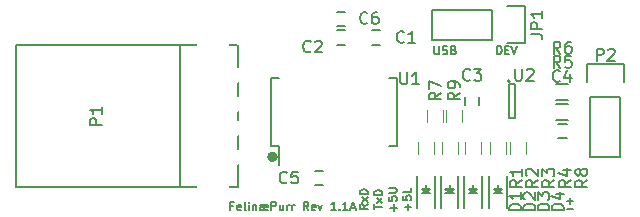
<source format=gto>
G04 #@! TF.FileFunction,Legend,Top*
%FSLAX46Y46*%
G04 Gerber Fmt 4.6, Leading zero omitted, Abs format (unit mm)*
G04 Created by KiCad (PCBNEW (2016-07-14 BZR 6980)-product) date Sunday, 23 April 2017 'PMt' 23:49:01*
%MOMM*%
%LPD*%
G01*
G04 APERTURE LIST*
%ADD10C,0.150000*%
%ADD11C,0.200000*%
%ADD12C,0.500000*%
%ADD13C,0.175000*%
%ADD14C,0.120000*%
%ADD15R,0.800000X0.750000*%
%ADD16R,0.750000X0.800000*%
%ADD17R,1.198880X1.198880*%
%ADD18R,1.727200X2.032000*%
%ADD19O,1.727200X2.032000*%
%ADD20R,0.500000X0.900000*%
%ADD21R,0.450000X1.750000*%
%ADD22R,1.060000X0.650000*%
%ADD23R,2.032000X1.727200*%
%ADD24O,2.032000X1.727200*%
%ADD25R,0.900000X0.500000*%
%ADD26C,1.300000*%
%ADD27C,2.800000*%
%ADD28C,1.200000*%
G04 APERTURE END LIST*
D10*
D11*
X181000000Y-96250000D02*
X181000000Y-96750000D01*
X180750000Y-96500000D02*
X181250000Y-96500000D01*
X180750000Y-97250000D02*
X181250000Y-97250000D01*
D12*
X156000000Y-92800000D02*
G75*
G03X156000000Y-92800000I-200000J0D01*
G01*
D13*
X174800000Y-84116666D02*
X174800000Y-83416666D01*
X174966666Y-83416666D01*
X175066666Y-83450000D01*
X175133333Y-83516666D01*
X175166666Y-83583333D01*
X175200000Y-83716666D01*
X175200000Y-83816666D01*
X175166666Y-83950000D01*
X175133333Y-84016666D01*
X175066666Y-84083333D01*
X174966666Y-84116666D01*
X174800000Y-84116666D01*
X175500000Y-83750000D02*
X175733333Y-83750000D01*
X175833333Y-84116666D02*
X175500000Y-84116666D01*
X175500000Y-83416666D01*
X175833333Y-83416666D01*
X176033333Y-83416666D02*
X176266666Y-84116666D01*
X176500000Y-83416666D01*
X169516666Y-83416666D02*
X169516666Y-83983333D01*
X169550000Y-84050000D01*
X169583333Y-84083333D01*
X169650000Y-84116666D01*
X169783333Y-84116666D01*
X169850000Y-84083333D01*
X169883333Y-84050000D01*
X169916666Y-83983333D01*
X169916666Y-83416666D01*
X170216666Y-84083333D02*
X170316666Y-84116666D01*
X170483333Y-84116666D01*
X170550000Y-84083333D01*
X170583333Y-84050000D01*
X170616666Y-83983333D01*
X170616666Y-83916666D01*
X170583333Y-83850000D01*
X170550000Y-83816666D01*
X170483333Y-83783333D01*
X170350000Y-83750000D01*
X170283333Y-83716666D01*
X170250000Y-83683333D01*
X170216666Y-83616666D01*
X170216666Y-83550000D01*
X170250000Y-83483333D01*
X170283333Y-83450000D01*
X170350000Y-83416666D01*
X170516666Y-83416666D01*
X170616666Y-83450000D01*
X171150000Y-83750000D02*
X171250000Y-83783333D01*
X171283333Y-83816666D01*
X171316666Y-83883333D01*
X171316666Y-83983333D01*
X171283333Y-84050000D01*
X171250000Y-84083333D01*
X171183333Y-84116666D01*
X170916666Y-84116666D01*
X170916666Y-83416666D01*
X171150000Y-83416666D01*
X171216666Y-83450000D01*
X171250000Y-83483333D01*
X171283333Y-83550000D01*
X171283333Y-83616666D01*
X171250000Y-83683333D01*
X171216666Y-83716666D01*
X171150000Y-83750000D01*
X170916666Y-83750000D01*
X163879166Y-96816666D02*
X163545833Y-97050000D01*
X163879166Y-97216666D02*
X163179166Y-97216666D01*
X163179166Y-96950000D01*
X163212500Y-96883333D01*
X163245833Y-96850000D01*
X163312500Y-96816666D01*
X163412500Y-96816666D01*
X163479166Y-96850000D01*
X163512500Y-96883333D01*
X163545833Y-96950000D01*
X163545833Y-97216666D01*
X163879166Y-96583333D02*
X163412500Y-96216666D01*
X163412500Y-96583333D02*
X163879166Y-96216666D01*
X163879166Y-95950000D02*
X163179166Y-95950000D01*
X163179166Y-95783333D01*
X163212500Y-95683333D01*
X163279166Y-95616666D01*
X163345833Y-95583333D01*
X163479166Y-95550000D01*
X163579166Y-95550000D01*
X163712500Y-95583333D01*
X163779166Y-95616666D01*
X163845833Y-95683333D01*
X163879166Y-95783333D01*
X163879166Y-95950000D01*
X164404166Y-97233333D02*
X164404166Y-96833333D01*
X165104166Y-97033333D02*
X164404166Y-97033333D01*
X165104166Y-96666666D02*
X164637500Y-96300000D01*
X164637500Y-96666666D02*
X165104166Y-96300000D01*
X165104166Y-96033333D02*
X164404166Y-96033333D01*
X164404166Y-95866666D01*
X164437500Y-95766666D01*
X164504166Y-95700000D01*
X164570833Y-95666666D01*
X164704166Y-95633333D01*
X164804166Y-95633333D01*
X164937500Y-95666666D01*
X165004166Y-95700000D01*
X165070833Y-95766666D01*
X165104166Y-95866666D01*
X165104166Y-96033333D01*
X166062500Y-97366666D02*
X166062500Y-96833333D01*
X166329166Y-97100000D02*
X165795833Y-97100000D01*
X165629166Y-96166666D02*
X165629166Y-96500000D01*
X165962500Y-96533333D01*
X165929166Y-96500000D01*
X165895833Y-96433333D01*
X165895833Y-96266666D01*
X165929166Y-96200000D01*
X165962500Y-96166666D01*
X166029166Y-96133333D01*
X166195833Y-96133333D01*
X166262500Y-96166666D01*
X166295833Y-96200000D01*
X166329166Y-96266666D01*
X166329166Y-96433333D01*
X166295833Y-96500000D01*
X166262500Y-96533333D01*
X165629166Y-95833333D02*
X166195833Y-95833333D01*
X166262500Y-95800000D01*
X166295833Y-95766666D01*
X166329166Y-95700000D01*
X166329166Y-95566666D01*
X166295833Y-95500000D01*
X166262500Y-95466666D01*
X166195833Y-95433333D01*
X165629166Y-95433333D01*
X167287500Y-97283333D02*
X167287500Y-96750000D01*
X167554166Y-97016666D02*
X167020833Y-97016666D01*
X166854166Y-96083333D02*
X166854166Y-96416666D01*
X167187500Y-96450000D01*
X167154166Y-96416666D01*
X167120833Y-96350000D01*
X167120833Y-96183333D01*
X167154166Y-96116666D01*
X167187500Y-96083333D01*
X167254166Y-96050000D01*
X167420833Y-96050000D01*
X167487500Y-96083333D01*
X167520833Y-96116666D01*
X167554166Y-96183333D01*
X167554166Y-96350000D01*
X167520833Y-96416666D01*
X167487500Y-96450000D01*
X167554166Y-95416666D02*
X167554166Y-95750000D01*
X166854166Y-95750000D01*
X152483333Y-96950000D02*
X152250000Y-96950000D01*
X152250000Y-97316666D02*
X152250000Y-96616666D01*
X152583333Y-96616666D01*
X153116666Y-97283333D02*
X153050000Y-97316666D01*
X152916666Y-97316666D01*
X152850000Y-97283333D01*
X152816666Y-97216666D01*
X152816666Y-96950000D01*
X152850000Y-96883333D01*
X152916666Y-96850000D01*
X153050000Y-96850000D01*
X153116666Y-96883333D01*
X153150000Y-96950000D01*
X153150000Y-97016666D01*
X152816666Y-97083333D01*
X153550000Y-97316666D02*
X153483333Y-97283333D01*
X153450000Y-97216666D01*
X153450000Y-96616666D01*
X153816666Y-97316666D02*
X153816666Y-96850000D01*
X153816666Y-96616666D02*
X153783333Y-96650000D01*
X153816666Y-96683333D01*
X153850000Y-96650000D01*
X153816666Y-96616666D01*
X153816666Y-96683333D01*
X154150000Y-96850000D02*
X154150000Y-97316666D01*
X154150000Y-96916666D02*
X154183333Y-96883333D01*
X154250000Y-96850000D01*
X154350000Y-96850000D01*
X154416666Y-96883333D01*
X154450000Y-96950000D01*
X154450000Y-97316666D01*
X154783333Y-96883333D02*
X154850000Y-96850000D01*
X154983333Y-96850000D01*
X155050000Y-96883333D01*
X155083333Y-96950000D01*
X155383333Y-97283333D02*
X155316666Y-97316666D01*
X155183333Y-97316666D01*
X155116666Y-97283333D01*
X155083333Y-97216666D01*
X155083333Y-96950000D01*
X155116666Y-96883333D01*
X155183333Y-96850000D01*
X155316666Y-96850000D01*
X155383333Y-96883333D01*
X155416666Y-96950000D01*
X155416666Y-97016666D01*
X155083333Y-97050000D01*
X154850000Y-97050000D01*
X154783333Y-97083333D01*
X154750000Y-97150000D01*
X154750000Y-97216666D01*
X154783333Y-97283333D01*
X154850000Y-97316666D01*
X154983333Y-97316666D01*
X155050000Y-97283333D01*
X155083333Y-97216666D01*
X155716666Y-97316666D02*
X155716666Y-96616666D01*
X155983333Y-96616666D01*
X156050000Y-96650000D01*
X156083333Y-96683333D01*
X156116666Y-96750000D01*
X156116666Y-96850000D01*
X156083333Y-96916666D01*
X156050000Y-96950000D01*
X155983333Y-96983333D01*
X155716666Y-96983333D01*
X156716666Y-96850000D02*
X156716666Y-97316666D01*
X156416666Y-96850000D02*
X156416666Y-97216666D01*
X156450000Y-97283333D01*
X156516666Y-97316666D01*
X156616666Y-97316666D01*
X156683333Y-97283333D01*
X156716666Y-97250000D01*
X157050000Y-97316666D02*
X157050000Y-96850000D01*
X157050000Y-96983333D02*
X157083333Y-96916666D01*
X157116666Y-96883333D01*
X157183333Y-96850000D01*
X157250000Y-96850000D01*
X157483333Y-97316666D02*
X157483333Y-96850000D01*
X157483333Y-96983333D02*
X157516666Y-96916666D01*
X157550000Y-96883333D01*
X157616666Y-96850000D01*
X157683333Y-96850000D01*
X158850000Y-97316666D02*
X158616666Y-96983333D01*
X158450000Y-97316666D02*
X158450000Y-96616666D01*
X158716666Y-96616666D01*
X158783333Y-96650000D01*
X158816666Y-96683333D01*
X158850000Y-96750000D01*
X158850000Y-96850000D01*
X158816666Y-96916666D01*
X158783333Y-96950000D01*
X158716666Y-96983333D01*
X158450000Y-96983333D01*
X159416666Y-97283333D02*
X159350000Y-97316666D01*
X159216666Y-97316666D01*
X159150000Y-97283333D01*
X159116666Y-97216666D01*
X159116666Y-96950000D01*
X159150000Y-96883333D01*
X159216666Y-96850000D01*
X159350000Y-96850000D01*
X159416666Y-96883333D01*
X159450000Y-96950000D01*
X159450000Y-97016666D01*
X159116666Y-97083333D01*
X159683333Y-96850000D02*
X159850000Y-97316666D01*
X160016666Y-96850000D01*
X161183333Y-97316666D02*
X160783333Y-97316666D01*
X160983333Y-97316666D02*
X160983333Y-96616666D01*
X160916666Y-96716666D01*
X160850000Y-96783333D01*
X160783333Y-96816666D01*
X161483333Y-97250000D02*
X161516666Y-97283333D01*
X161483333Y-97316666D01*
X161450000Y-97283333D01*
X161483333Y-97250000D01*
X161483333Y-97316666D01*
X162183333Y-97316666D02*
X161783333Y-97316666D01*
X161983333Y-97316666D02*
X161983333Y-96616666D01*
X161916666Y-96716666D01*
X161850000Y-96783333D01*
X161783333Y-96816666D01*
X162450000Y-97116666D02*
X162783333Y-97116666D01*
X162383333Y-97316666D02*
X162616666Y-96616666D01*
X162850000Y-97316666D01*
D10*
X164950000Y-83300000D02*
X164250000Y-83300000D01*
X164250000Y-82100000D02*
X164950000Y-82100000D01*
X161950000Y-83300000D02*
X161250000Y-83300000D01*
X161250000Y-82100000D02*
X161950000Y-82100000D01*
X173300000Y-87750000D02*
X173300000Y-88450000D01*
X172100000Y-88450000D02*
X172100000Y-87750000D01*
X180700000Y-91200000D02*
X180000000Y-91200000D01*
X180000000Y-90000000D02*
X180700000Y-90000000D01*
X169550000Y-97149020D02*
X169550000Y-94449020D01*
X168050000Y-97149020D02*
X168050000Y-94449020D01*
X168950000Y-95649020D02*
X168700000Y-95649020D01*
X168700000Y-95649020D02*
X168850000Y-95799020D01*
X168450000Y-95899020D02*
X169150000Y-95899020D01*
X168800000Y-95549020D02*
X168800000Y-95199020D01*
X168800000Y-95899020D02*
X168450000Y-95549020D01*
X168450000Y-95549020D02*
X169150000Y-95549020D01*
X169150000Y-95549020D02*
X168800000Y-95899020D01*
X171550000Y-97149020D02*
X171550000Y-94449020D01*
X170050000Y-97149020D02*
X170050000Y-94449020D01*
X170950000Y-95649020D02*
X170700000Y-95649020D01*
X170700000Y-95649020D02*
X170850000Y-95799020D01*
X170450000Y-95899020D02*
X171150000Y-95899020D01*
X170800000Y-95549020D02*
X170800000Y-95199020D01*
X170800000Y-95899020D02*
X170450000Y-95549020D01*
X170450000Y-95549020D02*
X171150000Y-95549020D01*
X171150000Y-95549020D02*
X170800000Y-95899020D01*
X173550000Y-97149020D02*
X173550000Y-94449020D01*
X172050000Y-97149020D02*
X172050000Y-94449020D01*
X172950000Y-95649020D02*
X172700000Y-95649020D01*
X172700000Y-95649020D02*
X172850000Y-95799020D01*
X172450000Y-95899020D02*
X173150000Y-95899020D01*
X172800000Y-95549020D02*
X172800000Y-95199020D01*
X172800000Y-95899020D02*
X172450000Y-95549020D01*
X172450000Y-95549020D02*
X173150000Y-95549020D01*
X173150000Y-95549020D02*
X172800000Y-95899020D01*
X174370000Y-80330000D02*
X169290000Y-80330000D01*
X169290000Y-80330000D02*
X169290000Y-82870000D01*
X169290000Y-82870000D02*
X174370000Y-82870000D01*
X177190000Y-83150000D02*
X175640000Y-83150000D01*
X174370000Y-82870000D02*
X174370000Y-80330000D01*
X175640000Y-80050000D02*
X177190000Y-80050000D01*
X177190000Y-80050000D02*
X177190000Y-83150000D01*
X179850000Y-88325000D02*
X180850000Y-88325000D01*
X180850000Y-89675000D02*
X179850000Y-89675000D01*
X180850000Y-87975000D02*
X179850000Y-87975000D01*
X179850000Y-86625000D02*
X180850000Y-86625000D01*
X155675000Y-91875000D02*
X156325000Y-91875000D01*
X155675000Y-86125000D02*
X156325000Y-86125000D01*
X166325000Y-86125000D02*
X165675000Y-86125000D01*
X166325000Y-91875000D02*
X165675000Y-91875000D01*
X155675000Y-91875000D02*
X155675000Y-86125000D01*
X166325000Y-91875000D02*
X166325000Y-86125000D01*
X156325000Y-91875000D02*
X156325000Y-93475000D01*
X175900000Y-86400000D02*
G75*
G03X175900000Y-86400000I-100000J0D01*
G01*
X176350000Y-86650000D02*
X175850000Y-86650000D01*
X176350000Y-89550000D02*
X176350000Y-86650000D01*
X175850000Y-89550000D02*
X176350000Y-89550000D01*
X175850000Y-86650000D02*
X175850000Y-89550000D01*
X182730000Y-87730000D02*
X182730000Y-92810000D01*
X182730000Y-92810000D02*
X185270000Y-92810000D01*
X185270000Y-92810000D02*
X185270000Y-87730000D01*
X185550000Y-84910000D02*
X185550000Y-86460000D01*
X185270000Y-87730000D02*
X182730000Y-87730000D01*
X182450000Y-86460000D02*
X182450000Y-84910000D01*
X182450000Y-84910000D02*
X185550000Y-84910000D01*
X175650000Y-97150980D02*
X175650000Y-94450980D01*
X174150000Y-97150980D02*
X174150000Y-94450980D01*
X175050000Y-95650980D02*
X174800000Y-95650980D01*
X174800000Y-95650980D02*
X174950000Y-95800980D01*
X174550000Y-95900980D02*
X175250000Y-95900980D01*
X174900000Y-95550980D02*
X174900000Y-95200980D01*
X174900000Y-95900980D02*
X174550000Y-95550980D01*
X174550000Y-95550980D02*
X175250000Y-95550980D01*
X175250000Y-95550980D02*
X174900000Y-95900980D01*
X159400000Y-94000000D02*
X160100000Y-94000000D01*
X160100000Y-95200000D02*
X159400000Y-95200000D01*
X161950000Y-81700000D02*
X161250000Y-81700000D01*
X161250000Y-80500000D02*
X161950000Y-80500000D01*
D14*
X170470000Y-89850000D02*
X170470000Y-88850000D01*
X171830000Y-88850000D02*
X171830000Y-89850000D01*
X168870000Y-89850000D02*
X168870000Y-88850000D01*
X170230000Y-88850000D02*
X170230000Y-89850000D01*
X168120000Y-92550000D02*
X168120000Y-91550000D01*
X169480000Y-91550000D02*
X169480000Y-92550000D01*
X170120000Y-92550000D02*
X170120000Y-91550000D01*
X171480000Y-91550000D02*
X171480000Y-92550000D01*
X172120000Y-92550000D02*
X172120000Y-91550000D01*
X173480000Y-91550000D02*
X173480000Y-92550000D01*
X174220000Y-92550000D02*
X174220000Y-91550000D01*
X175580000Y-91550000D02*
X175580000Y-92550000D01*
X175920000Y-92550000D02*
X175920000Y-91550000D01*
X177280000Y-91550000D02*
X177280000Y-92550000D01*
D10*
X148000000Y-95350000D02*
X148000000Y-83350000D01*
X134100000Y-83350000D02*
X152800000Y-83350000D01*
X134100000Y-95350000D02*
X134100000Y-83350000D01*
X152900000Y-95350000D02*
X134100000Y-95350000D01*
X152900000Y-83350000D02*
X152900000Y-95350000D01*
X166933333Y-83057142D02*
X166885714Y-83104761D01*
X166742857Y-83152380D01*
X166647619Y-83152380D01*
X166504761Y-83104761D01*
X166409523Y-83009523D01*
X166361904Y-82914285D01*
X166314285Y-82723809D01*
X166314285Y-82580952D01*
X166361904Y-82390476D01*
X166409523Y-82295238D01*
X166504761Y-82200000D01*
X166647619Y-82152380D01*
X166742857Y-82152380D01*
X166885714Y-82200000D01*
X166933333Y-82247619D01*
X167885714Y-83152380D02*
X167314285Y-83152380D01*
X167600000Y-83152380D02*
X167600000Y-82152380D01*
X167504761Y-82295238D01*
X167409523Y-82390476D01*
X167314285Y-82438095D01*
X159033333Y-83857142D02*
X158985714Y-83904761D01*
X158842857Y-83952380D01*
X158747619Y-83952380D01*
X158604761Y-83904761D01*
X158509523Y-83809523D01*
X158461904Y-83714285D01*
X158414285Y-83523809D01*
X158414285Y-83380952D01*
X158461904Y-83190476D01*
X158509523Y-83095238D01*
X158604761Y-83000000D01*
X158747619Y-82952380D01*
X158842857Y-82952380D01*
X158985714Y-83000000D01*
X159033333Y-83047619D01*
X159414285Y-83047619D02*
X159461904Y-83000000D01*
X159557142Y-82952380D01*
X159795238Y-82952380D01*
X159890476Y-83000000D01*
X159938095Y-83047619D01*
X159985714Y-83142857D01*
X159985714Y-83238095D01*
X159938095Y-83380952D01*
X159366666Y-83952380D01*
X159985714Y-83952380D01*
X172533333Y-86257142D02*
X172485714Y-86304761D01*
X172342857Y-86352380D01*
X172247619Y-86352380D01*
X172104761Y-86304761D01*
X172009523Y-86209523D01*
X171961904Y-86114285D01*
X171914285Y-85923809D01*
X171914285Y-85780952D01*
X171961904Y-85590476D01*
X172009523Y-85495238D01*
X172104761Y-85400000D01*
X172247619Y-85352380D01*
X172342857Y-85352380D01*
X172485714Y-85400000D01*
X172533333Y-85447619D01*
X172866666Y-85352380D02*
X173485714Y-85352380D01*
X173152380Y-85733333D01*
X173295238Y-85733333D01*
X173390476Y-85780952D01*
X173438095Y-85828571D01*
X173485714Y-85923809D01*
X173485714Y-86161904D01*
X173438095Y-86257142D01*
X173390476Y-86304761D01*
X173295238Y-86352380D01*
X173009523Y-86352380D01*
X172914285Y-86304761D01*
X172866666Y-86257142D01*
X180133333Y-86357142D02*
X180085714Y-86404761D01*
X179942857Y-86452380D01*
X179847619Y-86452380D01*
X179704761Y-86404761D01*
X179609523Y-86309523D01*
X179561904Y-86214285D01*
X179514285Y-86023809D01*
X179514285Y-85880952D01*
X179561904Y-85690476D01*
X179609523Y-85595238D01*
X179704761Y-85500000D01*
X179847619Y-85452380D01*
X179942857Y-85452380D01*
X180085714Y-85500000D01*
X180133333Y-85547619D01*
X180990476Y-85785714D02*
X180990476Y-86452380D01*
X180752380Y-85404761D02*
X180514285Y-86119047D01*
X181133333Y-86119047D01*
X176852380Y-97338095D02*
X175852380Y-97338095D01*
X175852380Y-97100000D01*
X175900000Y-96957142D01*
X175995238Y-96861904D01*
X176090476Y-96814285D01*
X176280952Y-96766666D01*
X176423809Y-96766666D01*
X176614285Y-96814285D01*
X176709523Y-96861904D01*
X176804761Y-96957142D01*
X176852380Y-97100000D01*
X176852380Y-97338095D01*
X176852380Y-95814285D02*
X176852380Y-96385714D01*
X176852380Y-96100000D02*
X175852380Y-96100000D01*
X175995238Y-96195238D01*
X176090476Y-96290476D01*
X176138095Y-96385714D01*
X178052380Y-97338095D02*
X177052380Y-97338095D01*
X177052380Y-97100000D01*
X177100000Y-96957142D01*
X177195238Y-96861904D01*
X177290476Y-96814285D01*
X177480952Y-96766666D01*
X177623809Y-96766666D01*
X177814285Y-96814285D01*
X177909523Y-96861904D01*
X178004761Y-96957142D01*
X178052380Y-97100000D01*
X178052380Y-97338095D01*
X177147619Y-96385714D02*
X177100000Y-96338095D01*
X177052380Y-96242857D01*
X177052380Y-96004761D01*
X177100000Y-95909523D01*
X177147619Y-95861904D01*
X177242857Y-95814285D01*
X177338095Y-95814285D01*
X177480952Y-95861904D01*
X178052380Y-96433333D01*
X178052380Y-95814285D01*
X179252380Y-97338095D02*
X178252380Y-97338095D01*
X178252380Y-97100000D01*
X178300000Y-96957142D01*
X178395238Y-96861904D01*
X178490476Y-96814285D01*
X178680952Y-96766666D01*
X178823809Y-96766666D01*
X179014285Y-96814285D01*
X179109523Y-96861904D01*
X179204761Y-96957142D01*
X179252380Y-97100000D01*
X179252380Y-97338095D01*
X178252380Y-96433333D02*
X178252380Y-95814285D01*
X178633333Y-96147619D01*
X178633333Y-96004761D01*
X178680952Y-95909523D01*
X178728571Y-95861904D01*
X178823809Y-95814285D01*
X179061904Y-95814285D01*
X179157142Y-95861904D01*
X179204761Y-95909523D01*
X179252380Y-96004761D01*
X179252380Y-96290476D01*
X179204761Y-96385714D01*
X179157142Y-96433333D01*
X177652380Y-82433333D02*
X178366666Y-82433333D01*
X178509523Y-82480952D01*
X178604761Y-82576190D01*
X178652380Y-82719047D01*
X178652380Y-82814285D01*
X178652380Y-81957142D02*
X177652380Y-81957142D01*
X177652380Y-81576190D01*
X177700000Y-81480952D01*
X177747619Y-81433333D01*
X177842857Y-81385714D01*
X177985714Y-81385714D01*
X178080952Y-81433333D01*
X178128571Y-81480952D01*
X178176190Y-81576190D01*
X178176190Y-81957142D01*
X178652380Y-80433333D02*
X178652380Y-81004761D01*
X178652380Y-80719047D02*
X177652380Y-80719047D01*
X177795238Y-80814285D01*
X177890476Y-80909523D01*
X177938095Y-81004761D01*
X180183333Y-85252380D02*
X179850000Y-84776190D01*
X179611904Y-85252380D02*
X179611904Y-84252380D01*
X179992857Y-84252380D01*
X180088095Y-84300000D01*
X180135714Y-84347619D01*
X180183333Y-84442857D01*
X180183333Y-84585714D01*
X180135714Y-84680952D01*
X180088095Y-84728571D01*
X179992857Y-84776190D01*
X179611904Y-84776190D01*
X181088095Y-84252380D02*
X180611904Y-84252380D01*
X180564285Y-84728571D01*
X180611904Y-84680952D01*
X180707142Y-84633333D01*
X180945238Y-84633333D01*
X181040476Y-84680952D01*
X181088095Y-84728571D01*
X181135714Y-84823809D01*
X181135714Y-85061904D01*
X181088095Y-85157142D01*
X181040476Y-85204761D01*
X180945238Y-85252380D01*
X180707142Y-85252380D01*
X180611904Y-85204761D01*
X180564285Y-85157142D01*
X180183333Y-84052380D02*
X179850000Y-83576190D01*
X179611904Y-84052380D02*
X179611904Y-83052380D01*
X179992857Y-83052380D01*
X180088095Y-83100000D01*
X180135714Y-83147619D01*
X180183333Y-83242857D01*
X180183333Y-83385714D01*
X180135714Y-83480952D01*
X180088095Y-83528571D01*
X179992857Y-83576190D01*
X179611904Y-83576190D01*
X181040476Y-83052380D02*
X180850000Y-83052380D01*
X180754761Y-83100000D01*
X180707142Y-83147619D01*
X180611904Y-83290476D01*
X180564285Y-83480952D01*
X180564285Y-83861904D01*
X180611904Y-83957142D01*
X180659523Y-84004761D01*
X180754761Y-84052380D01*
X180945238Y-84052380D01*
X181040476Y-84004761D01*
X181088095Y-83957142D01*
X181135714Y-83861904D01*
X181135714Y-83623809D01*
X181088095Y-83528571D01*
X181040476Y-83480952D01*
X180945238Y-83433333D01*
X180754761Y-83433333D01*
X180659523Y-83480952D01*
X180611904Y-83528571D01*
X180564285Y-83623809D01*
X166638095Y-85652380D02*
X166638095Y-86461904D01*
X166685714Y-86557142D01*
X166733333Y-86604761D01*
X166828571Y-86652380D01*
X167019047Y-86652380D01*
X167114285Y-86604761D01*
X167161904Y-86557142D01*
X167209523Y-86461904D01*
X167209523Y-85652380D01*
X168209523Y-86652380D02*
X167638095Y-86652380D01*
X167923809Y-86652380D02*
X167923809Y-85652380D01*
X167828571Y-85795238D01*
X167733333Y-85890476D01*
X167638095Y-85938095D01*
X176338095Y-85352380D02*
X176338095Y-86161904D01*
X176385714Y-86257142D01*
X176433333Y-86304761D01*
X176528571Y-86352380D01*
X176719047Y-86352380D01*
X176814285Y-86304761D01*
X176861904Y-86257142D01*
X176909523Y-86161904D01*
X176909523Y-85352380D01*
X177338095Y-85447619D02*
X177385714Y-85400000D01*
X177480952Y-85352380D01*
X177719047Y-85352380D01*
X177814285Y-85400000D01*
X177861904Y-85447619D01*
X177909523Y-85542857D01*
X177909523Y-85638095D01*
X177861904Y-85780952D01*
X177290476Y-86352380D01*
X177909523Y-86352380D01*
X183261904Y-84652380D02*
X183261904Y-83652380D01*
X183642857Y-83652380D01*
X183738095Y-83700000D01*
X183785714Y-83747619D01*
X183833333Y-83842857D01*
X183833333Y-83985714D01*
X183785714Y-84080952D01*
X183738095Y-84128571D01*
X183642857Y-84176190D01*
X183261904Y-84176190D01*
X184214285Y-83747619D02*
X184261904Y-83700000D01*
X184357142Y-83652380D01*
X184595238Y-83652380D01*
X184690476Y-83700000D01*
X184738095Y-83747619D01*
X184785714Y-83842857D01*
X184785714Y-83938095D01*
X184738095Y-84080952D01*
X184166666Y-84652380D01*
X184785714Y-84652380D01*
X180452380Y-97338095D02*
X179452380Y-97338095D01*
X179452380Y-97100000D01*
X179500000Y-96957142D01*
X179595238Y-96861904D01*
X179690476Y-96814285D01*
X179880952Y-96766666D01*
X180023809Y-96766666D01*
X180214285Y-96814285D01*
X180309523Y-96861904D01*
X180404761Y-96957142D01*
X180452380Y-97100000D01*
X180452380Y-97338095D01*
X179785714Y-95909523D02*
X180452380Y-95909523D01*
X179404761Y-96147619D02*
X180119047Y-96385714D01*
X180119047Y-95766666D01*
X157033333Y-94957142D02*
X156985714Y-95004761D01*
X156842857Y-95052380D01*
X156747619Y-95052380D01*
X156604761Y-95004761D01*
X156509523Y-94909523D01*
X156461904Y-94814285D01*
X156414285Y-94623809D01*
X156414285Y-94480952D01*
X156461904Y-94290476D01*
X156509523Y-94195238D01*
X156604761Y-94100000D01*
X156747619Y-94052380D01*
X156842857Y-94052380D01*
X156985714Y-94100000D01*
X157033333Y-94147619D01*
X157938095Y-94052380D02*
X157461904Y-94052380D01*
X157414285Y-94528571D01*
X157461904Y-94480952D01*
X157557142Y-94433333D01*
X157795238Y-94433333D01*
X157890476Y-94480952D01*
X157938095Y-94528571D01*
X157985714Y-94623809D01*
X157985714Y-94861904D01*
X157938095Y-94957142D01*
X157890476Y-95004761D01*
X157795238Y-95052380D01*
X157557142Y-95052380D01*
X157461904Y-95004761D01*
X157414285Y-94957142D01*
X163833333Y-81457142D02*
X163785714Y-81504761D01*
X163642857Y-81552380D01*
X163547619Y-81552380D01*
X163404761Y-81504761D01*
X163309523Y-81409523D01*
X163261904Y-81314285D01*
X163214285Y-81123809D01*
X163214285Y-80980952D01*
X163261904Y-80790476D01*
X163309523Y-80695238D01*
X163404761Y-80600000D01*
X163547619Y-80552380D01*
X163642857Y-80552380D01*
X163785714Y-80600000D01*
X163833333Y-80647619D01*
X164690476Y-80552380D02*
X164500000Y-80552380D01*
X164404761Y-80600000D01*
X164357142Y-80647619D01*
X164261904Y-80790476D01*
X164214285Y-80980952D01*
X164214285Y-81361904D01*
X164261904Y-81457142D01*
X164309523Y-81504761D01*
X164404761Y-81552380D01*
X164595238Y-81552380D01*
X164690476Y-81504761D01*
X164738095Y-81457142D01*
X164785714Y-81361904D01*
X164785714Y-81123809D01*
X164738095Y-81028571D01*
X164690476Y-80980952D01*
X164595238Y-80933333D01*
X164404761Y-80933333D01*
X164309523Y-80980952D01*
X164261904Y-81028571D01*
X164214285Y-81123809D01*
X171652380Y-87366666D02*
X171176190Y-87700000D01*
X171652380Y-87938095D02*
X170652380Y-87938095D01*
X170652380Y-87557142D01*
X170700000Y-87461904D01*
X170747619Y-87414285D01*
X170842857Y-87366666D01*
X170985714Y-87366666D01*
X171080952Y-87414285D01*
X171128571Y-87461904D01*
X171176190Y-87557142D01*
X171176190Y-87938095D01*
X171652380Y-86890476D02*
X171652380Y-86700000D01*
X171604761Y-86604761D01*
X171557142Y-86557142D01*
X171414285Y-86461904D01*
X171223809Y-86414285D01*
X170842857Y-86414285D01*
X170747619Y-86461904D01*
X170700000Y-86509523D01*
X170652380Y-86604761D01*
X170652380Y-86795238D01*
X170700000Y-86890476D01*
X170747619Y-86938095D01*
X170842857Y-86985714D01*
X171080952Y-86985714D01*
X171176190Y-86938095D01*
X171223809Y-86890476D01*
X171271428Y-86795238D01*
X171271428Y-86604761D01*
X171223809Y-86509523D01*
X171176190Y-86461904D01*
X171080952Y-86414285D01*
X170052380Y-87366666D02*
X169576190Y-87700000D01*
X170052380Y-87938095D02*
X169052380Y-87938095D01*
X169052380Y-87557142D01*
X169100000Y-87461904D01*
X169147619Y-87414285D01*
X169242857Y-87366666D01*
X169385714Y-87366666D01*
X169480952Y-87414285D01*
X169528571Y-87461904D01*
X169576190Y-87557142D01*
X169576190Y-87938095D01*
X169052380Y-87033333D02*
X169052380Y-86366666D01*
X170052380Y-86795238D01*
X176902380Y-94766666D02*
X176426190Y-95100000D01*
X176902380Y-95338095D02*
X175902380Y-95338095D01*
X175902380Y-94957142D01*
X175950000Y-94861904D01*
X175997619Y-94814285D01*
X176092857Y-94766666D01*
X176235714Y-94766666D01*
X176330952Y-94814285D01*
X176378571Y-94861904D01*
X176426190Y-94957142D01*
X176426190Y-95338095D01*
X176902380Y-93814285D02*
X176902380Y-94385714D01*
X176902380Y-94100000D02*
X175902380Y-94100000D01*
X176045238Y-94195238D01*
X176140476Y-94290476D01*
X176188095Y-94385714D01*
X178252380Y-94766666D02*
X177776190Y-95100000D01*
X178252380Y-95338095D02*
X177252380Y-95338095D01*
X177252380Y-94957142D01*
X177300000Y-94861904D01*
X177347619Y-94814285D01*
X177442857Y-94766666D01*
X177585714Y-94766666D01*
X177680952Y-94814285D01*
X177728571Y-94861904D01*
X177776190Y-94957142D01*
X177776190Y-95338095D01*
X177347619Y-94385714D02*
X177300000Y-94338095D01*
X177252380Y-94242857D01*
X177252380Y-94004761D01*
X177300000Y-93909523D01*
X177347619Y-93861904D01*
X177442857Y-93814285D01*
X177538095Y-93814285D01*
X177680952Y-93861904D01*
X178252380Y-94433333D01*
X178252380Y-93814285D01*
X179652380Y-94766666D02*
X179176190Y-95100000D01*
X179652380Y-95338095D02*
X178652380Y-95338095D01*
X178652380Y-94957142D01*
X178700000Y-94861904D01*
X178747619Y-94814285D01*
X178842857Y-94766666D01*
X178985714Y-94766666D01*
X179080952Y-94814285D01*
X179128571Y-94861904D01*
X179176190Y-94957142D01*
X179176190Y-95338095D01*
X178652380Y-94433333D02*
X178652380Y-93814285D01*
X179033333Y-94147619D01*
X179033333Y-94004761D01*
X179080952Y-93909523D01*
X179128571Y-93861904D01*
X179223809Y-93814285D01*
X179461904Y-93814285D01*
X179557142Y-93861904D01*
X179604761Y-93909523D01*
X179652380Y-94004761D01*
X179652380Y-94290476D01*
X179604761Y-94385714D01*
X179557142Y-94433333D01*
X181052380Y-94766666D02*
X180576190Y-95100000D01*
X181052380Y-95338095D02*
X180052380Y-95338095D01*
X180052380Y-94957142D01*
X180100000Y-94861904D01*
X180147619Y-94814285D01*
X180242857Y-94766666D01*
X180385714Y-94766666D01*
X180480952Y-94814285D01*
X180528571Y-94861904D01*
X180576190Y-94957142D01*
X180576190Y-95338095D01*
X180385714Y-93909523D02*
X181052380Y-93909523D01*
X180004761Y-94147619D02*
X180719047Y-94385714D01*
X180719047Y-93766666D01*
X182452380Y-94766666D02*
X181976190Y-95100000D01*
X182452380Y-95338095D02*
X181452380Y-95338095D01*
X181452380Y-94957142D01*
X181500000Y-94861904D01*
X181547619Y-94814285D01*
X181642857Y-94766666D01*
X181785714Y-94766666D01*
X181880952Y-94814285D01*
X181928571Y-94861904D01*
X181976190Y-94957142D01*
X181976190Y-95338095D01*
X181880952Y-94195238D02*
X181833333Y-94290476D01*
X181785714Y-94338095D01*
X181690476Y-94385714D01*
X181642857Y-94385714D01*
X181547619Y-94338095D01*
X181500000Y-94290476D01*
X181452380Y-94195238D01*
X181452380Y-94004761D01*
X181500000Y-93909523D01*
X181547619Y-93861904D01*
X181642857Y-93814285D01*
X181690476Y-93814285D01*
X181785714Y-93861904D01*
X181833333Y-93909523D01*
X181880952Y-94004761D01*
X181880952Y-94195238D01*
X181928571Y-94290476D01*
X181976190Y-94338095D01*
X182071428Y-94385714D01*
X182261904Y-94385714D01*
X182357142Y-94338095D01*
X182404761Y-94290476D01*
X182452380Y-94195238D01*
X182452380Y-94004761D01*
X182404761Y-93909523D01*
X182357142Y-93861904D01*
X182261904Y-93814285D01*
X182071428Y-93814285D01*
X181976190Y-93861904D01*
X181928571Y-93909523D01*
X181880952Y-94004761D01*
X141352380Y-90088095D02*
X140352380Y-90088095D01*
X140352380Y-89707142D01*
X140400000Y-89611904D01*
X140447619Y-89564285D01*
X140542857Y-89516666D01*
X140685714Y-89516666D01*
X140780952Y-89564285D01*
X140828571Y-89611904D01*
X140876190Y-89707142D01*
X140876190Y-90088095D01*
X141352380Y-88564285D02*
X141352380Y-89135714D01*
X141352380Y-88850000D02*
X140352380Y-88850000D01*
X140495238Y-88945238D01*
X140590476Y-89040476D01*
X140638095Y-89135714D01*
%LPC*%
D15*
X165350000Y-82700000D03*
X163850000Y-82700000D03*
X162350000Y-82700000D03*
X160850000Y-82700000D03*
D16*
X172700000Y-87350000D03*
X172700000Y-88850000D03*
D15*
X181100000Y-90600000D03*
X179600000Y-90600000D03*
D17*
X168800000Y-94500000D03*
X168800000Y-96598040D03*
X170800000Y-94500000D03*
X170800000Y-96598040D03*
X172800000Y-94500000D03*
X172800000Y-96598040D03*
D18*
X175640000Y-81600000D03*
D19*
X173100000Y-81600000D03*
X170560000Y-81600000D03*
D20*
X181100000Y-89000000D03*
X179600000Y-89000000D03*
X179600000Y-87300000D03*
X181100000Y-87300000D03*
D21*
X156775000Y-92600000D03*
X157425000Y-92600000D03*
X158075000Y-92600000D03*
X158725000Y-92600000D03*
X159375000Y-92600000D03*
X160025000Y-92600000D03*
X160675000Y-92600000D03*
X161325000Y-92600000D03*
X161975000Y-92600000D03*
X162625000Y-92600000D03*
X163275000Y-92600000D03*
X163925000Y-92600000D03*
X164575000Y-92600000D03*
X165225000Y-92600000D03*
X165225000Y-85400000D03*
X164575000Y-85400000D03*
X163925000Y-85400000D03*
X163275000Y-85400000D03*
X162625000Y-85400000D03*
X161975000Y-85400000D03*
X161325000Y-85400000D03*
X160675000Y-85400000D03*
X160025000Y-85400000D03*
X159375000Y-85400000D03*
X158725000Y-85400000D03*
X158075000Y-85400000D03*
X157425000Y-85400000D03*
X156775000Y-85400000D03*
D22*
X175000000Y-87150000D03*
X175000000Y-88100000D03*
X175000000Y-89050000D03*
X177200000Y-89050000D03*
X177200000Y-87150000D03*
D23*
X184000000Y-86460000D03*
D24*
X184000000Y-89000000D03*
X184000000Y-91540000D03*
D17*
X174900000Y-94501960D03*
X174900000Y-96600000D03*
D15*
X159000000Y-94600000D03*
X160500000Y-94600000D03*
X162350000Y-81100000D03*
X160850000Y-81100000D03*
D25*
X171150000Y-88600000D03*
X171150000Y-90100000D03*
X169550000Y-88600000D03*
X169550000Y-90100000D03*
X168800000Y-91300000D03*
X168800000Y-92800000D03*
X170800000Y-91300000D03*
X170800000Y-92800000D03*
X172800000Y-91300000D03*
X172800000Y-92800000D03*
X174900000Y-91300000D03*
X174900000Y-92800000D03*
X176600000Y-91300000D03*
X176600000Y-92800000D03*
D26*
X152900000Y-88350000D03*
X152900000Y-90350000D03*
X152900000Y-92850000D03*
X152900000Y-85850000D03*
D27*
X150800000Y-83500000D03*
X150800000Y-95200000D03*
D28*
X150800000Y-87100000D03*
X150800000Y-91600000D03*
M02*

</source>
